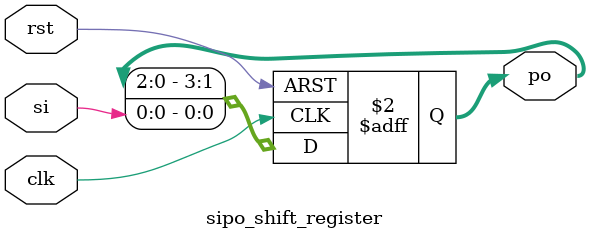
<source format=v>
module sipo_shift_register(
  input clk, rst, si,
  output reg [3:0] po
);

  always @(posedge clk or posedge rst) begin
    if (rst)
      po <= 4'b0000;
    else
      po <= {po[2:0], si};
  end

endmodule

</source>
